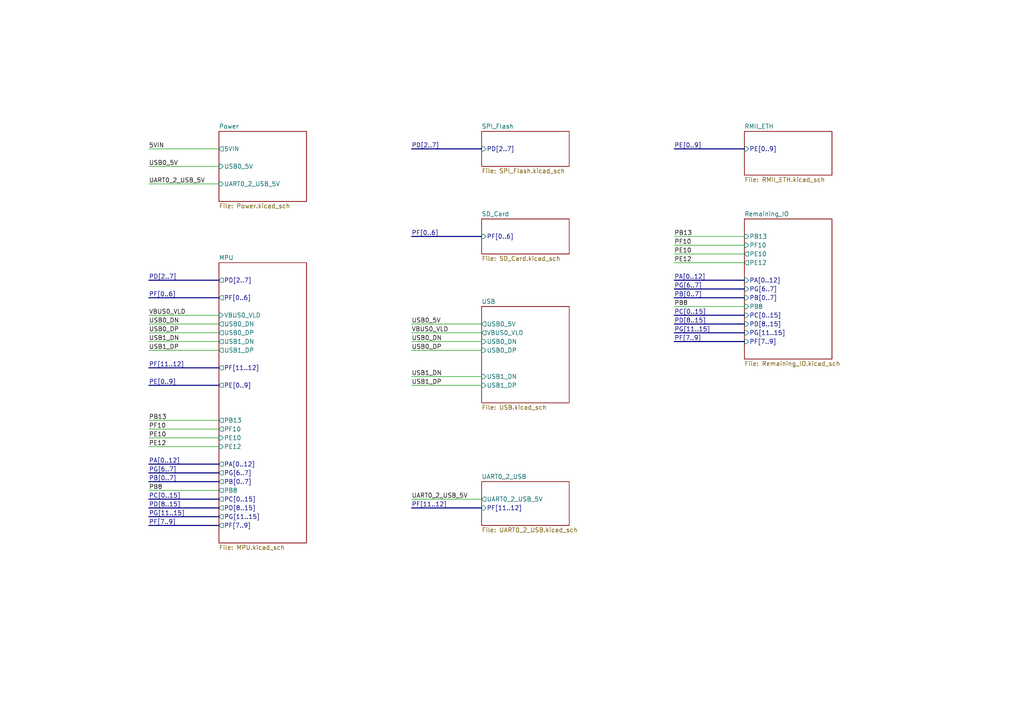
<source format=kicad_sch>
(kicad_sch (version 20230121) (generator eeschema)
  (paper "A4")
  (title_block (title "NUC980DKxxYx_Development_Board") (date "2022-06-23") (company "Naisu Xu"))
  (lib_symbols)
  (wire (pts (xy 43.18 124.46) (xy 63.5 124.46)))
  (bus (pts (xy 119.38 147.32) (xy 139.7 147.32)))
  (wire (pts (xy 195.58 88.9) (xy 215.9 88.9)))
  (bus (pts (xy 43.18 152.4) (xy 63.5 152.4)))
  (bus (pts (xy 195.58 86.36) (xy 215.9 86.36)))
  (wire (pts (xy 43.18 99.06) (xy 63.5 99.06)))
  (wire (pts (xy 43.18 121.92) (xy 63.5 121.92)))
  (wire (pts (xy 43.18 101.6) (xy 63.5 101.6)))
  (bus (pts (xy 43.18 134.62) (xy 63.5 134.62)))
  (wire (pts (xy 43.18 93.98) (xy 63.5 93.98)))
  (wire (pts (xy 43.18 48.26) (xy 63.5 48.26)))
  (wire (pts (xy 43.18 43.18) (xy 63.5 43.18)))
  (bus (pts (xy 43.18 86.36) (xy 63.5 86.36)))
  (wire (pts (xy 119.38 96.52) (xy 139.7 96.52)))
  (bus (pts (xy 195.58 43.18) (xy 215.9 43.18)))
  (bus (pts (xy 195.58 81.28) (xy 215.9 81.28)))
  (bus (pts (xy 119.38 43.18) (xy 139.7 43.18)))
  (wire (pts (xy 43.18 96.52) (xy 63.5 96.52)))
  (wire (pts (xy 119.38 99.06) (xy 139.7 99.06)))
  (wire (pts (xy 119.38 101.6) (xy 139.7 101.6)))
  (bus (pts (xy 195.58 91.44) (xy 215.9 91.44)))
  (wire (pts (xy 119.38 109.22) (xy 139.7 109.22)))
  (bus (pts (xy 119.38 68.58) (xy 139.7 68.58)))
  (bus (pts (xy 195.58 93.98) (xy 215.9 93.98)))
  (wire (pts (xy 43.18 53.34) (xy 63.5 53.34)))
  (bus (pts (xy 43.18 111.76) (xy 63.5 111.76)))
  (wire (pts (xy 195.58 76.2) (xy 215.9 76.2)))
  (bus (pts (xy 195.58 99.06) (xy 215.9 99.06)))
  (bus (pts (xy 43.18 144.78) (xy 63.5 144.78)))
  (bus (pts (xy 195.58 96.52) (xy 215.9 96.52)))
  (wire (pts (xy 119.38 93.98) (xy 139.7 93.98)))
  (wire (pts (xy 43.18 127) (xy 63.5 127)))
  (wire (pts (xy 43.18 142.24) (xy 63.5 142.24)))
  (wire (pts (xy 43.18 129.54) (xy 63.5 129.54)))
  (wire (pts (xy 119.38 111.76) (xy 139.7 111.76)))
  (bus (pts (xy 43.18 106.68) (xy 63.5 106.68)))
  (bus (pts (xy 43.18 81.28) (xy 63.5 81.28)))
  (bus (pts (xy 43.18 137.16) (xy 63.5 137.16)))
  (wire (pts (xy 195.58 73.66) (xy 215.9 73.66)))
  (bus (pts (xy 43.18 139.7) (xy 63.5 139.7)))
  (bus (pts (xy 43.18 149.86) (xy 63.5 149.86)))
  (wire (pts (xy 119.38 144.78) (xy 139.7 144.78)))
  (bus (pts (xy 43.18 147.32) (xy 63.5 147.32)))
  (bus (pts (xy 195.58 83.82) (xy 215.9 83.82)))
  (wire (pts (xy 195.58 68.58) (xy 215.9 68.58)))
  (wire (pts (xy 195.58 71.12) (xy 215.9 71.12)))
  (wire (pts (xy 43.18 91.44) (xy 63.5 91.44)))
  (label "PA[0..12]" (at 195.58 81.28 0))
  (label "USB1_DN" (at 119.38 109.22 0))
  (label "PB[0..7]" (at 43.18 139.7 0))
  (label "USB1_DP" (at 43.18 101.6 0))
  (label "PE10" (at 195.58 73.66 0))
  (label "VBUS0_VLD" (at 43.18 91.44 0))
  (label "PF[7..9]" (at 43.18 152.4 0))
  (label "PG[11..15]" (at 195.58 96.52 0))
  (label "PA[0..12]" (at 43.18 134.62 0))
  (label "PG[6..7]" (at 195.58 83.82 0))
  (label "PE[0..9]" (at 43.18 111.76 0))
  (label "PG[11..15]" (at 43.18 149.86 0))
  (label "PE10" (at 43.18 127 0))
  (label "UART0_2_USB_5V" (at 119.38 144.78 0))
  (label "PE12" (at 43.18 129.54 0))
  (label "PD[8..15]" (at 43.18 147.32 0))
  (label "PF[11..12]" (at 119.38 147.32 0))
  (label "PE[0..9]" (at 195.58 43.18 0))
  (label "PE12" (at 195.58 76.2 0))
  (label "PB8" (at 43.18 142.24 0))
  (label "PF[11..12]" (at 43.18 106.68 0))
  (label "PG[6..7]" (at 43.18 137.16 0))
  (label "UART0_2_USB_5V" (at 43.18 53.34 0))
  (label "USB1_DN" (at 43.18 99.06 0))
  (label "USB0_DP" (at 43.18 96.52 0))
  (label "PF[0..6]" (at 43.18 86.36 0))
  (label "PB8" (at 195.58 88.9 0))
  (label "PB13" (at 43.18 121.92 0))
  (label "PF[0..6]" (at 119.38 68.58 0))
  (label "PF[7..9]" (at 195.58 99.06 0))
  (label "PB13" (at 195.58 68.58 0))
  (label "USB1_DP" (at 119.38 111.76 0))
  (label "VBUS0_VLD" (at 119.38 96.52 0))
  (label "USB0_5V" (at 43.18 48.26 0))
  (label "PF10" (at 195.58 71.12 0))
  (label "PD[8..15]" (at 195.58 93.98 0))
  (label "USB0_DN" (at 43.18 93.98 0))
  (label "USB0_DP" (at 119.38 101.6 0))
  (label "PD[2..7]" (at 119.38 43.18 0))
  (label "PD[2..7]" (at 43.18 81.28 0))
  (label "USB0_DN" (at 119.38 99.06 0))
  (label "PB[0..7]" (at 195.58 86.36 0))
  (label "PF10" (at 43.18 124.46 0))
  (label "5VIN" (at 43.18 43.18 0))
  (label "PC[0..15]" (at 195.58 91.44 0))
  (label "PC[0..15]" (at 43.18 144.78 0))
  (label "USB0_5V" (at 119.38 93.98 0))
  (sheet (at 139.7 38.1) (size 25.4 10.16) (stroke (width 0.1524))
    (property "Sheetname" "SPI_Flash" (at 139.7 37.3884 0) (effects (justify left bottom)))
    (property "Sheetfile" "SPI_Flash.kicad_sch" (at 139.7 48.8446 0) (effects (justify left top)))
    (pin "PD[2..7]" input (at 139.7 43.18 180))
  )
  (sheet (at 139.7 63.5) (size 25.4 10.16) (stroke (width 0.1524))
    (property "Sheetname" "SD_Card" (at 139.7 62.7884 0) (effects (justify left bottom)))
    (property "Sheetfile" "SD_Card.kicad_sch" (at 139.7 74.2446 0) (effects (justify left top)))
    (pin "PF[0..6]" input (at 139.7 68.58 180))
  )
  (sheet (at 63.5 76.2) (size 25.4 81.28) (stroke (width 0.1524))
    (property "Sheetname" "MPU" (at 63.5 75.4884 0) (effects (justify left bottom)))
    (property "Sheetfile" "MPU.kicad_sch" (at 63.5 158.0646 0) (effects (justify left top)))
    (pin "USB0_DP" output (at 63.5 96.52 180))
    (pin "USB1_DP" output (at 63.5 101.6 180))
    (pin "USB1_DN" output (at 63.5 99.06 180))
    (pin "USB0_DN" output (at 63.5 93.98 180))
    (pin "PE[0..9]" output (at 63.5 111.76 180))
    (pin "PD[2..7]" output (at 63.5 81.28 180))
    (pin "PF[11..12]" output (at 63.5 106.68 180))
    (pin "PF[0..6]" output (at 63.5 86.36 180))
    (pin "PB[0..7]" output (at 63.5 139.7 180))
    (pin "PG[6..7]" output (at 63.5 137.16 180))
    (pin "PA[0..12]" output (at 63.5 134.62 180))
    (pin "PG[11..15]" output (at 63.5 149.86 180))
    (pin "PD[8..15]" output (at 63.5 147.32 180))
    (pin "PC[0..15]" output (at 63.5 144.78 180))
    (pin "PB8" output (at 63.5 142.24 180))
    (pin "VBUS0_VLD" input (at 63.5 91.44 180))
    (pin "PE10" input (at 63.5 127 180))
    (pin "PE12" input (at 63.5 129.54 180))
    (pin "PB13" output (at 63.5 121.92 180))
    (pin "PF[7..9]" output (at 63.5 152.4 180))
    (pin "PF10" output (at 63.5 124.46 180))
  )
  (sheet (at 215.9 38.1) (size 25.4 12.7) (stroke (width 0.1524))
    (property "Sheetname" "RMII_ETH" (at 215.9 37.3884 0) (effects (justify left bottom)))
    (property "Sheetfile" "RMII_ETH.kicad_sch" (at 215.9 51.3846 0) (effects (justify left top)))
    (pin "PE[0..9]" input (at 215.9 43.18 180))
  )
  (sheet (at 215.9 63.5) (size 25.4 40.64) (stroke (width 0.1524))
    (property "Sheetname" "Remaining_IO" (at 215.9 62.7884 0) (effects (justify left bottom)))
    (property "Sheetfile" "Remaining_IO.kicad_sch" (at 215.9 104.7246 0) (effects (justify left top)))
    (pin "PC[0..15]" input (at 215.9 91.44 180))
    (pin "PD[8..15]" input (at 215.9 93.98 180))
    (pin "PG[11..15]" input (at 215.9 96.52 180))
    (pin "PF[7..9]" input (at 215.9 99.06 180))
    (pin "PE12" output (at 215.9 76.2 180))
    (pin "PF10" input (at 215.9 71.12 180))
    (pin "PE10" output (at 215.9 73.66 180))
    (pin "PG[6..7]" input (at 215.9 83.82 180))
    (pin "PA[0..12]" input (at 215.9 81.28 180))
    (pin "PB[0..7]" input (at 215.9 86.36 180))
    (pin "PB8" input (at 215.9 88.9 180))
    (pin "PB13" input (at 215.9 68.58 180))
  )
  (sheet (at 139.7 88.9) (size 25.4 27.94) (stroke (width 0.1524))
    (property "Sheetname" "USB" (at 139.7 88.1884 0) (effects (justify left bottom)))
    (property "Sheetfile" "USB.kicad_sch" (at 139.7 117.4246 0) (effects (justify left top)))
    (pin "USB0_5V" output (at 139.7 93.98 180))
    (pin "USB0_DN" input (at 139.7 99.06 180))
    (pin "USB0_DP" input (at 139.7 101.6 180))
    (pin "USB1_DN" input (at 139.7 109.22 180))
    (pin "USB1_DP" input (at 139.7 111.76 180))
    (pin "VBUS0_VLD" output (at 139.7 96.52 180))
  )
  (sheet (at 63.5 38.1) (size 25.4 20.32) (stroke (width 0.1524))
    (property "Sheetname" "Power" (at 63.5 37.3884 0) (effects (justify left bottom)))
    (property "Sheetfile" "Power.kicad_sch" (at 63.5 59.0046 0) (effects (justify left top)))
    (pin "5VIN" output (at 63.5 43.18 180))
    (pin "USB0_5V" input (at 63.5 48.26 180))
    (pin "UART0_2_USB_5V" input (at 63.5 53.34 180))
  )
  (sheet (at 139.7 139.7) (size 25.4 12.7) (stroke (width 0.1524))
    (property "Sheetname" "UART0_2_USB" (at 139.7 138.9884 0) (effects (justify left bottom)))
    (property "Sheetfile" "UART0_2_USB.kicad_sch" (at 139.7 152.9846 0) (effects (justify left top)))
    (pin "UART0_2_USB_5V" output (at 139.7 144.78 180))
    (pin "PF[11..12]" input (at 139.7 147.32 180))
  )
)
</source>
